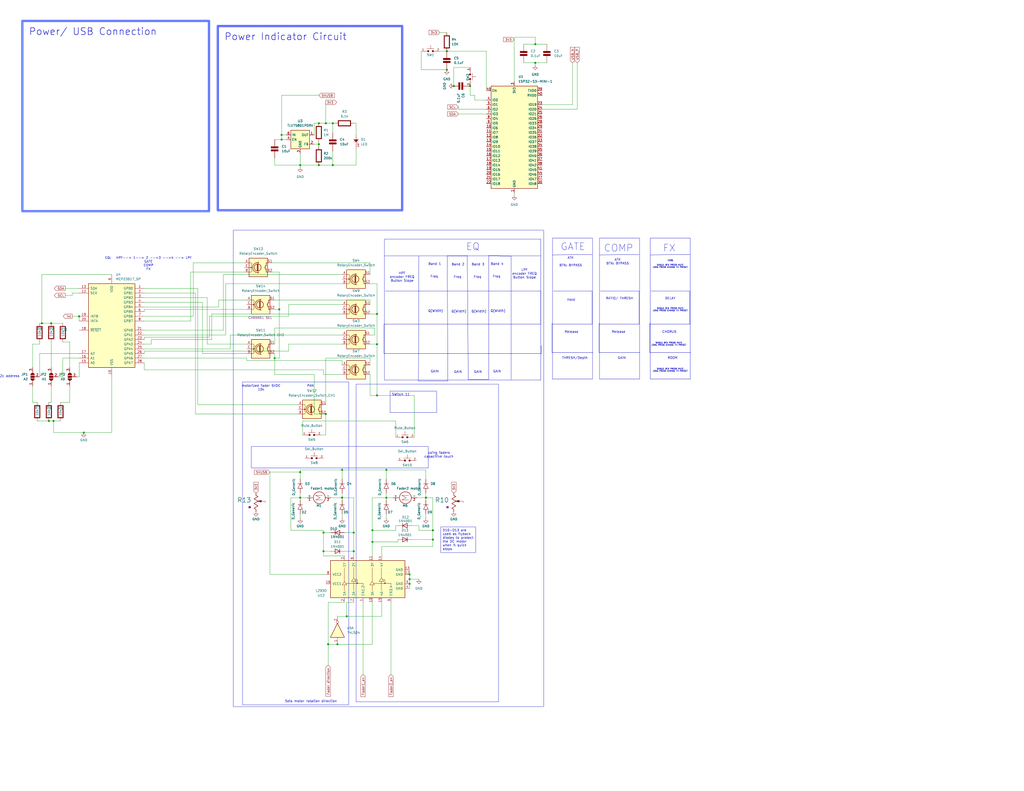
<source format=kicad_sch>
(kicad_sch (version 20231120) (generator "eeschema") (generator_version "8.0")
  (paper "C")
  (title_block (title "M32 User interface") (date "2024-12-04") (rev "1"))
  (lib_symbols
    (symbol "74xx:74LS04"
      (property "Reference" "U" (at 0 1.27 0))
      (property "Value" "74LS04" (at 0 -1.27 0))
      (symbol "74LS04_1_0"
        (pin input line (at -7.62 0 0) (length 3.81) (name "~") (number "1"))
        (pin output inverted (at 7.62 0 180) (length 3.81) (name "~") (number "2"))
      )
      (symbol "74LS04_2_0"
        (pin input line (at -7.62 0 0) (length 3.81) (name "~") (number "3"))
        (pin output inverted (at 7.62 0 180) (length 3.81) (name "~") (number "4"))
      )
      (symbol "74LS04_3_0"
        (pin input line (at -7.62 0 0) (length 3.81) (name "~") (number "5"))
        (pin output inverted (at 7.62 0 180) (length 3.81) (name "~") (number "6"))
      )
      (symbol "74LS04_4_0"
        (pin output inverted (at 7.62 0 180) (length 3.81) (name "~") (number "8"))
        (pin input line (at -7.62 0 0) (length 3.81) (name "~") (number "9"))
      )
      (symbol "74LS04_5_0"
        (pin output inverted (at 7.62 0 180) (length 3.81) (name "~") (number "10"))
        (pin input line (at -7.62 0 0) (length 3.81) (name "~") (number "11"))
      )
      (symbol "74LS04_6_0"
        (pin output inverted (at 7.62 0 180) (length 3.81) (name "~") (number "12"))
        (pin input line (at -7.62 0 0) (length 3.81) (name "~") (number "13"))
      )
      (symbol "74LS04_7_0"
        (pin power_in line (at 0 12.7 270) (length 5.08) (name "VCC") (number "14"))
        (pin power_in line (at 0 -12.7 90) (length 5.08) (name "GND") (number "7"))
      )
    )
    (symbol "Device:RotaryEncoder_Switch" (pin_names (offset 0.254) hide)
      (property "Reference" "SW" (at 0 6.604 0))
      (property "Value" "RotaryEncoder_Switch" (at 0 -6.604 0))
      (symbol "RotaryEncoder_Switch_1_1"
        (pin passive line (at -7.62 2.54 0) (length 2.54) (name "A") (number "A"))
        (pin passive line (at -7.62 -2.54 0) (length 2.54) (name "B") (number "B"))
        (pin passive line (at -7.62 0 0) (length 2.54) (name "C") (number "C"))
        (pin passive line (at 7.62 2.54 180) (length 2.54) (name "S1") (number "S1"))
        (pin passive line (at 7.62 -2.54 180) (length 2.54) (name "S2") (number "S2"))
      )
    )
    (symbol "Diode:1N4001" (pin_numbers hide) (pin_names hide)
      (property "Reference" "D" (at 0 2.54 0))
      (property "Value" "1N4001" (at 0 -2.54 0))
      (symbol "1N4001_1_1"
        (pin passive line (at -3.81 0 0) (length 2.54) (name "K") (number "1"))
        (pin passive line (at 3.81 0 180) (length 2.54) (name "A") (number "2"))
      )
    )
    (symbol "Driver_Motor:L293D" (pin_names (offset 1.016))
      (property "Reference" "U" (at -5.08 26.035 0))
      (property "Value" "L293D" (at -5.08 24.13 0))
      (symbol "L293D_1_1"
        (pin input line (at -12.7 5.08 0) (length 2.54) (name "EN1,2") (number "1"))
        (pin input line (at -12.7 0 0) (length 2.54) (name "3A") (number "10"))
        (pin output line (at 12.7 0 180) (length 2.54) (name "3Y") (number "11"))
        (pin power_in line (at 2.54 -20.32 90) (length 2.54) (name "GND") (number "12"))
        (pin power_in line (at 5.08 -20.32 90) (length 2.54) (name "GND") (number "13"))
        (pin output line (at 12.7 -5.08 180) (length 2.54) (name "4Y") (number "14"))
        (pin input line (at -12.7 -5.08 0) (length 2.54) (name "4A") (number "15"))
        (pin power_in line (at -2.54 25.4 270) (length 2.54) (name "VCC1") (number "16"))
        (pin input line (at -12.7 15.24 0) (length 2.54) (name "1A") (number "2"))
        (pin output line (at 12.7 15.24 180) (length 2.54) (name "1Y") (number "3"))
        (pin power_in line (at -5.08 -20.32 90) (length 2.54) (name "GND") (number "4"))
        (pin power_in line (at -2.54 -20.32 90) (length 2.54) (name "GND") (number "5"))
        (pin output line (at 12.7 10.16 180) (length 2.54) (name "2Y") (number "6"))
        (pin input line (at -12.7 10.16 0) (length 2.54) (name "2A") (number "7"))
        (pin power_in line (at 2.54 25.4 270) (length 2.54) (name "VCC2") (number "8"))
        (pin input line (at -12.7 -10.16 0) (length 2.54) (name "EN3,4") (number "9"))
      )
    )
    (symbol "Interface_Expansion:MCP23017_SP" (pin_names (offset 1.016))
      (property "Reference" "U" (at -11.43 24.13 0))
      (property "Value" "MCP23017_SP" (at 0 0 0))
      (symbol "MCP23017_SP_1_1"
        (pin bidirectional line (at 17.78 20.32 180) (length 5.08) (name "GPB0") (number "1"))
        (pin power_in line (at 0 -27.94 90) (length 5.08) (name "VSS") (number "10"))
        (pin no_connect line (at -12.7 15.24 0) (length 5.08) hide (name "NC") (number "11"))
        (pin input line (at -17.78 17.78 0) (length 5.08) (name "SCK") (number "12"))
        (pin bidirectional line (at -17.78 20.32 0) (length 5.08) (name "SDA") (number "13"))
        (pin no_connect line (at -12.7 12.7 0) (length 5.08) hide (name "NC") (number "14"))
        (pin input line (at -17.78 -20.32 0) (length 5.08) (name "A0") (number "15"))
        (pin input line (at -17.78 -17.78 0) (length 5.08) (name "A1") (number "16"))
        (pin input line (at -17.78 -15.24 0) (length 5.08) (name "A2") (number "17"))
        (pin input line (at -17.78 -2.54 0) (length 5.08) (name "~{RESET}") (number "18"))
        (pin tri_state line (at -17.78 5.08 0) (length 5.08) (name "INTB") (number "19"))
        (pin bidirectional line (at 17.78 17.78 180) (length 5.08) (name "GPB1") (number "2"))
        (pin tri_state line (at -17.78 2.54 0) (length 5.08) (name "INTA") (number "20"))
        (pin bidirectional line (at 17.78 -2.54 180) (length 5.08) (name "GPA0") (number "21"))
        (pin bidirectional line (at 17.78 -5.08 180) (length 5.08) (name "GPA1") (number "22"))
        (pin bidirectional line (at 17.78 -7.62 180) (length 5.08) (name "GPA2") (number "23"))
        (pin bidirectional line (at 17.78 -10.16 180) (length 5.08) (name "GPA3") (number "24"))
        (pin bidirectional line (at 17.78 -12.7 180) (length 5.08) (name "GPA4") (number "25"))
        (pin bidirectional line (at 17.78 -15.24 180) (length 5.08) (name "GPA5") (number "26"))
        (pin bidirectional line (at 17.78 -17.78 180) (length 5.08) (name "GPA6") (number "27"))
        (pin bidirectional line (at 17.78 -20.32 180) (length 5.08) (name "GPA7") (number "28"))
        (pin bidirectional line (at 17.78 15.24 180) (length 5.08) (name "GPB2") (number "3"))
        (pin bidirectional line (at 17.78 12.7 180) (length 5.08) (name "GPB3") (number "4"))
        (pin bidirectional line (at 17.78 10.16 180) (length 5.08) (name "GPB4") (number "5"))
        (pin bidirectional line (at 17.78 7.62 180) (length 5.08) (name "GPB5") (number "6"))
        (pin bidirectional line (at 17.78 5.08 180) (length 5.08) (name "GPB6") (number "7"))
        (pin bidirectional line (at 17.78 2.54 180) (length 5.08) (name "GPB7") (number "8"))
        (pin power_in line (at 0 27.94 270) (length 5.08) (name "VDD") (number "9"))
      )
    )
    (symbol "Jumper:SolderJumper_3_Open" (pin_names (offset 0) hide) (exclude_from_sim yes) (in_bom no)
      (property "Reference" "JP" (at -2.54 -2.54 0))
      (property "Value" "SolderJumper_3_Open" (at 0 2.794 0))
      (symbol "SolderJumper_3_Open_1_1"
        (pin passive line (at -5.08 0 0) (length 2.54) (name "A") (number "1"))
        (pin passive line (at 0 -3.81 90) (length 2.54) (name "C") (number "2"))
        (pin passive line (at 5.08 0 180) (length 2.54) (name "B") (number "3"))
      )
    )
    (symbol "Motor:Motor_DC" (pin_names (offset 0))
      (property "Reference" "M" (at 2.54 2.54 0))
      (property "Value" "Motor_DC" (at 2.54 -5.08 0))
      (symbol "Motor_DC_1_1"
        (pin passive line (at 0 5.08 270) (length 2.54) (name "+") (number "1"))
        (pin passive line (at 0 -7.62 90) (length 2.54) (name "-") (number "2"))
      )
    )
    (symbol "PCM_4ms_Diode:D_Generic" (pin_numbers hide) (pin_names (offset 1.016) hide)
      (property "Reference" "D" (at 0 2.54 0))
      (property "Value" "D_Generic" (at 0 -2.54 0))
      (symbol "D_Generic_1_1"
        (pin passive line (at -3.81 0 0) (length 2.54) (name "K") (number "1"))
        (pin passive line (at 3.81 0 180) (length 2.54) (name "A") (number "2"))
      )
    )
    (symbol "PCM_Elektuur:C" (pin_numbers hide) (pin_names (offset 0) hide)
      (property "Reference" "C" (at 0.635 3.175 0))
      (property "Value" "C" (at 0.635 -3.175 0))
      (symbol "C_1_1"
        (pin passive line (at 0 5.08 270) (length 3.8862) (name "+") (number "1"))
        (pin passive line (at 0 -5.08 90) (length 3.8862) (name "-") (number "2"))
      )
      (symbol "C_1_2"
        (pin passive line (at 0 5.08 270) (length 3.5814) (name "+") (number "1"))
        (pin passive line (at 0 -5.08 90) (length 3.5814) (name "-") (number "2"))
      )
    )
    (symbol "PCM_Elektuur:R" (pin_numbers hide) (pin_names (offset 0) hide)
      (property "Reference" "R" (at 2.54 3.175 0))
      (property "Value" "R" (at 0 0 90))
      (symbol "R_1_1"
        (pin passive line (at 0 5.08 270) (length 1.651) (name "+") (number "1"))
        (pin passive line (at 0 -5.08 90) (length 1.651) (name "-") (number "2"))
      )
      (symbol "R_1_2"
        (pin passive line (at 0 5.08 270) (length 1.651) (name "+") (number "1"))
        (pin passive line (at 0 -5.08 90) (length 1.651) (name "-") (number "2"))
      )
      (symbol "R_1_3"
        (pin passive line (at 0 5.08 270) (length 1.6002) (name "+") (number "1"))
        (pin passive line (at 0 -5.08 90) (length 1.6002) (name "-") (number "2"))
      )
      (symbol "R_1_4"
        (pin passive line (at 0 5.08 270) (length 0.5334) (name "+") (number "1"))
        (pin passive line (at 0 -5.08 90) (length 0.5334) (name "-") (number "2"))
      )
    )
    (symbol "PCM_Generic:R-potentiometer,IEEE" (pin_numbers hide) (pin_names (offset 0) hide)
      (property "Reference" "R" (at 2.54 2.54 0))
      (property "Indicator" "●" (at 2.54 -2.54 0))
      (symbol "R-potentiometer,IEEE_1_1"
        (pin passive line (at 0 -5.08 90) (length 1.27) (name "a") (number "1"))
        (pin passive line (at 5.08 0 180) (length 0) (name "b") (number "2"))
        (pin passive line (at 0 5.08 270) (length 1.27) (name "c") (number "3"))
      )
    )
    (symbol "PCM_SL_Devices:LED"
      (property "Reference" "D" (at -0.508 5.334 0))
      (property "Value" "LED" (at -0.508 2.794 0))
      (symbol "LED_1_1"
        (pin passive line (at 3.81 0 180) (length 1.5) (name "~") (number "1"))
        (pin passive line (at -3.81 0 0) (length 1.5) (name "") (number "2"))
      )
    )
    (symbol "PCM_SL_Devices:Push_Button"
      (property "Reference" "SW" (at 0 6.35 0))
      (property "Value" "Push_Button" (at 0 4.445 0))
      (symbol "Push_Button_1_1"
        (pin passive line (at -5.08 0 0) (length 2) (name "") (number "1"))
        (pin passive line (at 5.08 0 180) (length 2) (name "") (number "2"))
      )
    )
    (symbol "RF_Module:ESP32-S3-MINI-1"
      (property "Reference" "U" (at -11.43 29.21 0))
      (property "Value" "ESP32-S3-MINI-1" (at 12.7 29.21 0))
      (symbol "ESP32-S3-MINI-1_1_1"
        (pin power_in line (at 0 -30.48 90) (length 2.54) (name "GND") (number "1"))
        (pin bidirectional line (at -15.24 5.08 0) (length 2.54) (name "IO6") (number "10"))
        (pin bidirectional line (at -15.24 2.54 0) (length 2.54) (name "IO7") (number "11"))
        (pin bidirectional line (at -15.24 0 0) (length 2.54) (name "IO8") (number "12"))
        (pin bidirectional line (at -15.24 -2.54 0) (length 2.54) (name "IO9") (number "13"))
        (pin bidirectional line (at -15.24 -5.08 0) (length 2.54) (name "IO10") (number "14"))
        (pin bidirectional line (at -15.24 -7.62 0) (length 2.54) (name "IO11") (number "15"))
        (pin bidirectional line (at -15.24 -10.16 0) (length 2.54) (name "IO12") (number "16"))
        (pin bidirectional line (at -15.24 -12.7 0) (length 2.54) (name "IO13") (number "17"))
        (pin bidirectional line (at -15.24 -15.24 0) (length 2.54) (name "IO14") (number "18"))
        (pin bidirectional line (at -15.24 -17.78 0) (length 2.54) (name "IO15") (number "19"))
        (pin passive line (at 0 -30.48 90) (length 2.54) hide (name "GND") (number "2"))
        (pin bidirectional line (at -15.24 -20.32 0) (length 2.54) (name "IO16") (number "20"))
        (pin bidirectional line (at -15.24 -22.86 0) (length 2.54) (name "IO17") (number "21"))
        (pin bidirectional line (at -15.24 -25.4 0) (length 2.54) (name "IO18") (number "22"))
        (pin bidirectional line (at 15.24 17.78 180) (length 2.54) (name "IO19") (number "23"))
        (pin bidirectional line (at 15.24 15.24 180) (length 2.54) (name "IO20") (number "24"))
        (pin bidirectional line (at 15.24 12.7 180) (length 2.54) (name "IO21") (number "25"))
        (pin bidirectional line (at 15.24 10.16 180) (length 2.54) (name "IO26") (number "26"))
        (pin bidirectional line (at 15.24 -22.86 180) (length 2.54) (name "IO47") (number "27"))
        (pin bidirectional line (at 15.24 7.62 180) (length 2.54) (name "IO33") (number "28"))
        (pin bidirectional line (at 15.24 5.08 180) (length 2.54) (name "IO34") (number "29"))
        (pin power_in line (at 0 30.48 270) (length 2.54) (name "3V3") (number "3"))
        (pin bidirectional line (at 15.24 -25.4 180) (length 2.54) (name "IO48") (number "30"))
        (pin bidirectional line (at 15.24 2.54 180) (length 2.54) (name "IO35") (number "31"))
        (pin bidirectional line (at 15.24 0 180) (length 2.54) (name "IO36") (number "32"))
        (pin bidirectional line (at 15.24 -2.54 180) (length 2.54) (name "IO37") (number "33"))
        (pin bidirectional line (at 15.24 -5.08 180) (length 2.54) (name "IO38") (number "34"))
        (pin bidirectional line (at 15.24 -7.62 180) (length 2.54) (name "IO39") (number "35"))
        (pin bidirectional line (at 15.24 -10.16 180) (length 2.54) (name "IO40") (number "36"))
        (pin bidirectional line (at 15.24 -12.7 180) (length 2.54) (name "IO41") (number "37"))
        (pin bidirectional line (at 15.24 -15.24 180) (length 2.54) (name "IO42") (number "38"))
        (pin bidirectional line (at 15.24 25.4 180) (length 2.54) (name "TXD0") (number "39"))
        (pin bidirectional line (at -15.24 20.32 0) (length 2.54) (name "IO0") (number "4"))
        (pin bidirectional line (at 15.24 22.86 180) (length 2.54) (name "RXD0") (number "40"))
        (pin bidirectional line (at 15.24 -17.78 180) (length 2.54) (name "IO45") (number "41"))
        (pin passive line (at 0 -30.48 90) (length 2.54) hide (name "GND") (number "42"))
        (pin passive line (at 0 -30.48 90) (length 2.54) hide (name "GND") (number "43"))
        (pin bidirectional line (at 15.24 -20.32 180) (length 2.54) (name "IO46") (number "44"))
        (pin input line (at -15.24 25.4 0) (length 2.54) (name "EN") (number "45"))
        (pin passive line (at 0 -30.48 90) (length 2.54) hide (name "GND") (number "46"))
        (pin passive line (at 0 -30.48 90) (length 2.54) hide (name "GND") (number "47"))
        (pin passive line (at 0 -30.48 90) (length 2.54) hide (name "GND") (number "48"))
        (pin passive line (at 0 -30.48 90) (length 2.54) hide (name "GND") (number "49"))
        (pin bidirectional line (at -15.24 17.78 0) (length 2.54) (name "IO1") (number "5"))
        (pin passive line (at 0 -30.48 90) (length 2.54) hide (name "GND") (number "50"))
        (pin passive line (at 0 -30.48 90) (length 2.54) hide (name "GND") (number "51"))
        (pin passive line (at 0 -30.48 90) (length 2.54) hide (name "GND") (number "52"))
        (pin passive line (at 0 -30.48 90) (length 2.54) hide (name "GND") (number "53"))
        (pin passive line (at 0 -30.48 90) (length 2.54) hide (name "GND") (number "54"))
        (pin passive line (at 0 -30.48 90) (length 2.54) hide (name "GND") (number "55"))
        (pin passive line (at 0 -30.48 90) (length 2.54) hide (name "GND") (number "56"))
        (pin passive line (at 0 -30.48 90) (length 2.54) hide (name "GND") (number "57"))
        (pin passive line (at 0 -30.48 90) (length 2.54) hide (name "GND") (number "58"))
        (pin passive line (at 0 -30.48 90) (length 2.54) hide (name "GND") (number "59"))
        (pin bidirectional line (at -15.24 15.24 0) (length 2.54) (name "IO2") (number "6"))
        (pin passive line (at 0 -30.48 90) (length 2.54) hide (name "GND") (number "60"))
        (pin passive line (at 0 -30.48 90) (length 2.54) hide (name "GND") (number "61"))
        (pin passive line (at 0 -30.48 90) (length 2.54) hide (name "GND") (number "62"))
        (pin passive line (at 0 -30.48 90) (length 2.54) hide (name "GND") (number "63"))
        (pin passive line (at 0 -30.48 90) (length 2.54) hide (name "GND") (number "64"))
        (pin passive line (at 0 -30.48 90) (length 2.54) hide (name "GND") (number "65"))
        (pin bidirectional line (at -15.24 12.7 0) (length 2.54) (name "IO3") (number "7"))
        (pin bidirectional line (at -15.24 10.16 0) (length 2.54) (name "IO4") (number "8"))
        (pin bidirectional line (at -15.24 7.62 0) (length 2.54) (name "IO5") (number "9"))
      )
    )
    (symbol "Regulator_Linear:TLV75801PDRV"
      (property "Reference" "U" (at -3.81 6.35 0))
      (property "Value" "TLV75801PDRV" (at 0 6.35 0))
      (symbol "TLV75801PDRV_1_1"
        (pin power_out line (at 7.62 2.54 180) (length 2.54) (name "OUT") (number "1"))
        (pin input line (at 7.62 -2.54 180) (length 2.54) (name "FB") (number "2"))
        (pin power_in line (at 0 -7.62 90) (length 2.54) (name "GND") (number "3"))
        (pin input line (at -7.62 0 0) (length 2.54) (name "EN") (number "4"))
        (pin no_connect line (at 5.08 0 180) (length 2.54) hide (name "DNC") (number "5"))
        (pin power_in line (at -7.62 2.54 0) (length 2.54) (name "IN") (number "6"))
        (pin passive line (at 0 -7.62 90) (length 2.54) hide (name "GND") (number "7"))
      )
    )
    (symbol "power:GND" (power) (pin_numbers hide) (pin_names (offset 0) hide)
      (property "Value" "GND" (at 0 -3.81 0))
      (symbol "GND_1_1"
        (pin power_in line (at 0 0 270) (length 0) (name "~") (number "1"))
      )
    )
  )
  (junction (at 203.2 289.56))
  (junction (at 232.41 271.78))
  (junction (at 181.61 67.31))
  (junction (at 29.21 229.87))
  (junction (at 173.99 78.74))
  (junction (at 210.82 271.78))
  (junction (at 236.22 294.64))
  (junction (at 210.82 256.54))
  (junction (at 177.8 67.31))
  (junction (at 243.84 27.94))
  (junction (at 152.4 168.91))
  (junction (at 184.15 351.79))
  (junction (at 176.53 290.83))
  (junction (at 43.18 172.72))
  (junction (at 45.72 236.22))
  (junction (at 223.52 318.77))
  (junction (at 223.52 316.23))
  (junction (at 223.52 313.69))
  (junction (at 163.83 271.78))
  (junction (at 203.2 295.91))
  (junction (at 179.07 351.79))
  (junction (at 26.67 229.87))
  (junction (at 173.99 90.17))
  (junction (at 186.69 256.54))
  (junction (at 22.86 176.53))
  (junction (at 163.83 257.81))
  (junction (at 247.65 46.99))
  (junction (at 292.1 24.13))
  (junction (at 177.8 226.06))
  (junction (at 256.54 46.99))
  (junction (at 186.69 271.78))
  (junction (at 292.1 34.29))
  (junction (at 193.04 300.99))
  (junction (at 149.86 195.58))
  (junction (at 189.23 336.55))
  (junction (at 153.67 76.2))
  (junction (at 153.67 73.66))
  (junction (at 236.22 289.56))
  (junction (at 163.83 90.17))
  (junction (at 243.84 38.1))
  (junction (at 193.04 290.83))
  (junction (at 173.99 67.31))
  (junction (at 27.94 176.53))
  (junction (at 176.53 300.99))
  (junction (at 205.74 187.96))
  (junction (at 205.74 171.45))
  (junction (at 205.74 215.9))
  (junction (at 181.61 90.17))
  (wire (pts (xy 157.48 172.72) (xy 114.3 172.72)))
  (wire (pts (xy 35.56 157.48) (xy 43.18 157.48)))
  (polyline (pts (xy 354.838 139.192) (xy 376.428 138.938)))
  (wire (pts (xy 173.99 80.01) (xy 173.99 78.74)))
  (wire (pts (xy 113.03 187.96) (xy 113.03 162.56)))
  (wire (pts (xy 149.86 76.2) (xy 153.67 76.2)))
  (wire (pts (xy 210.82 283.21) (xy 210.82 280.67)))
  (wire (pts (xy 201.93 166.37) (xy 201.93 163.83)))
  (wire (pts (xy 27.94 186.69) (xy 27.94 200.66)))
  (wire (pts (xy 186.69 273.05) (xy 186.69 271.78)))
  (wire (pts (xy 179.07 351.79) (xy 179.07 363.22)))
  (wire (pts (xy 176.53 303.53) (xy 187.96 303.53)))
  (wire (pts (xy 227.33 271.78) (xy 232.41 271.78)))
  (wire (pts (xy 232.41 269.24) (xy 232.41 271.78)))
  (wire (pts (xy 247.65 46.99) (xy 246.38 46.99)))
  (polyline (pts (xy 295.148 159.004) (xy 295.148 177.038)))
  (wire (pts (xy 179.07 328.93) (xy 179.07 351.79)))
  (wire (pts (xy 173.99 90.17) (xy 163.83 90.17)))
  (wire (pts (xy 21.59 187.96) (xy 21.59 186.69)))
  (wire (pts (xy 153.67 52.07) (xy 153.67 73.66)))
  (wire (pts (xy 171.45 204.47) (xy 149.86 204.47)))
  (wire (pts (xy 149.86 179.07) (xy 149.86 187.96)))
  (wire (pts (xy 173.99 52.07) (xy 153.67 52.07)))
  (wire (pts (xy 250.19 59.69) (xy 250.19 58.42)))
  (wire (pts (xy 105.41 172.72) (xy 78.74 172.72)))
  (wire (pts (xy 134.62 193.04) (xy 110.49 193.04)))
  (wire (pts (xy 38.1 200.66) (xy 38.1 186.69)))
  (wire (pts (xy 123.19 182.88) (xy 78.74 182.88)))
  (wire (pts (xy 134.62 168.91) (xy 78.74 168.91)))
  (wire (pts (xy 243.84 27.94) (xy 265.43 27.94)))
  (wire (pts (xy 171.45 73.66) (xy 171.45 67.31)))
  (wire (pts (xy 149.86 204.47) (xy 149.86 195.58)))
  (wire (pts (xy 223.52 318.77) (xy 223.52 321.31)))
  (wire (pts (xy 223.52 311.15) (xy 223.52 313.69)))
  (wire (pts (xy 104.14 148.59) (xy 104.14 175.26)))
  (wire (pts (xy 125.73 182.88) (xy 125.73 190.5)))
  (wire (pts (xy 187.96 290.83) (xy 193.04 290.83)))
  (polyline (pts (xy 302.006 159.004) (xy 323.088 159.004)))
  (wire (pts (xy 240.03 17.78) (xy 243.84 17.78)))
  (wire (pts (xy 186.69 154.94) (xy 123.19 154.94)))
  (wire (pts (xy 82.55 187.96) (xy 78.74 187.96)))
  (wire (pts (xy 107.95 220.98) (xy 107.95 157.48)))
  (wire (pts (xy 184.15 336.55) (xy 189.23 336.55)))
  (wire (pts (xy 115.57 185.42) (xy 82.55 185.42)))
  (polyline (pts (xy 266.7 139.446) (xy 278.892 139.954)))
  (wire (pts (xy 201.93 163.83) (xy 149.86 163.83)))
  (wire (pts (xy 259.08 54.61) (xy 265.43 54.61)))
  (wire (pts (xy 60.96 205.74) (xy 60.96 236.22)))
  (wire (pts (xy 232.41 261.62) (xy 232.41 256.54)))
  (wire (pts (xy 215.9 238.76) (xy 215.9 229.87)))
  (wire (pts (xy 236.22 298.45) (xy 208.28 298.45)))
  (wire (pts (xy 229.87 27.94) (xy 229.87 38.1)))
  (wire (pts (xy 247.65 36.83) (xy 247.65 46.99)))
  (wire (pts (xy 152.4 148.59) (xy 152.4 168.91)))
  (wire (pts (xy 186.69 256.54) (xy 210.82 256.54)))
  (wire (pts (xy 226.06 238.76) (xy 226.06 215.9)))
  (wire (pts (xy 173.99 90.17) (xy 181.61 90.17)))
  (polyline (pts (xy 326.898 176.53) (xy 326.898 192.532)))
  (wire (pts (xy 176.53 290.83) (xy 176.53 300.99)))
  (wire (pts (xy 180.34 290.83) (xy 176.53 290.83)))
  (wire (pts (xy 189.23 328.93) (xy 193.04 328.93)))
  (wire (pts (xy 256.54 36.83) (xy 247.65 36.83)))
  (wire (pts (xy 163.83 271.78) (xy 167.64 271.78)))
  (polyline (pts (xy 301.244 176.53) (xy 301.244 192.532)))
  (wire (pts (xy 29.21 229.87) (xy 33.02 229.87)))
  (wire (pts (xy 186.69 182.88) (xy 125.73 182.88)))
  (wire (pts (xy 180.34 271.78) (xy 186.69 271.78)))
  (wire (pts (xy 292.1 34.29) (xy 292.1 35.56)))
  (wire (pts (xy 26.67 229.87) (xy 29.21 229.87)))
  (wire (pts (xy 133.35 148.59) (xy 104.14 148.59)))
  (wire (pts (xy 104.14 175.26) (xy 78.74 175.26)))
  (polyline (pts (xy 327.66 159.004) (xy 348.742 159.004)))
  (wire (pts (xy 187.96 300.99) (xy 193.04 300.99)))
  (wire (pts (xy 123.19 154.94) (xy 123.19 182.88)))
  (polyline (pts (xy 278.892 139.954) (xy 278.892 207.264)))
  (wire (pts (xy 134.62 163.83) (xy 119.38 163.83)))
  (wire (pts (xy 217.17 295.91) (xy 203.2 295.91)))
  (wire (pts (xy 134.62 195.58) (xy 78.74 195.58)))
  (wire (pts (xy 157.48 166.37) (xy 157.48 172.72)))
  (wire (pts (xy 45.72 236.22) (xy 60.96 236.22)))
  (wire (pts (xy 208.28 336.55) (xy 208.28 328.93)))
  (wire (pts (xy 158.75 289.56) (xy 176.53 289.56)))
  (wire (pts (xy 280.67 20.32) (xy 292.1 20.32)))
  (wire (pts (xy 148.59 148.59) (xy 152.4 148.59)))
  (wire (pts (xy 232.41 280.67) (xy 232.41 283.21)))
  (wire (pts (xy 177.8 55.88) (xy 177.8 67.31)))
  (wire (pts (xy 223.52 313.69) (xy 223.52 316.23)))
  (wire (pts (xy 147.32 313.69) (xy 147.32 257.81)))
  (polyline (pts (xy 376.428 177.038) (xy 354.584 177.038)))
  (wire (pts (xy 181.61 90.17) (xy 194.31 90.17)))
  (wire (pts (xy 176.53 201.93) (xy 78.74 201.93)))
  (wire (pts (xy 34.29 205.74) (xy 34.29 195.58)))
  (wire (pts (xy 194.31 67.31) (xy 193.04 67.31)))
  (wire (pts (xy 201.93 187.96) (xy 205.74 187.96)))
  (wire (pts (xy 259.08 52.07) (xy 259.08 54.61)))
  (wire (pts (xy 226.06 215.9) (xy 205.74 215.9)))
  (wire (pts (xy 149.86 195.58) (xy 149.86 193.04)))
  (wire (pts (xy 163.83 257.81) (xy 163.83 261.62)))
  (wire (pts (xy 78.74 201.93) (xy 78.74 198.12)))
  (wire (pts (xy 162.56 220.98) (xy 107.95 220.98)))
  (wire (pts (xy 256.54 46.99) (xy 256.54 52.07)))
  (wire (pts (xy 236.22 271.78) (xy 236.22 289.56)))
  (wire (pts (xy 205.74 171.45) (xy 205.74 187.96)))
  (wire (pts (xy 119.38 167.64) (xy 78.74 167.64)))
  (wire (pts (xy 203.2 328.93) (xy 203.2 351.79)))
  (wire (pts (xy 149.86 86.36) (xy 149.86 90.17)))
  (polyline (pts (xy 354.584 176.53) (xy 354.584 192.532)))
  (wire (pts (xy 180.34 300.99) (xy 176.53 300.99)))
  (wire (pts (xy 110.49 193.04) (xy 110.49 165.1)))
  (wire (pts (xy 208.28 298.45) (xy 208.28 303.53)))
  (wire (pts (xy 177.8 220.98) (xy 177.8 195.58)))
  (wire (pts (xy 163.83 269.24) (xy 163.83 271.78)))
  (wire (pts (xy 29.21 236.22) (xy 45.72 236.22)))
  (wire (pts (xy 177.8 67.31) (xy 181.61 67.31)))
  (wire (pts (xy 177.8 313.69) (xy 147.32 313.69)))
  (wire (pts (xy 210.82 256.54) (xy 210.82 261.62)))
  (wire (pts (xy 21.59 176.53) (xy 22.86 176.53)))
  (polyline (pts (xy 348.742 177.038) (xy 326.898 177.038)))
  (wire (pts (xy 78.74 168.91) (xy 78.74 170.18)))
  (wire (pts (xy 17.78 210.82) (xy 17.78 219.71)))
  (wire (pts (xy 106.68 160.02) (xy 78.74 160.02)))
  (wire (pts (xy 31.75 205.74) (xy 34.29 205.74)))
  (wire (pts (xy 228.6 287.02) (xy 228.6 289.56)))
  (wire (pts (xy 39.37 172.72) (xy 43.18 172.72)))
  (wire (pts (xy 121.92 180.34) (xy 78.74 180.34)))
  (wire (pts (xy 240.03 27.94) (xy 243.84 27.94)))
  (wire (pts (xy 203.2 289.56) (xy 203.2 295.91)))
  (wire (pts (xy 236.22 289.56) (xy 236.22 294.64)))
  (wire (pts (xy 314.96 59.69) (xy 295.91 59.69)))
  (wire (pts (xy 165.1 229.87) (xy 165.1 237.49)))
  (wire (pts (xy 179.07 328.93) (xy 187.96 328.93)))
  (wire (pts (xy 224.79 287.02) (xy 228.6 287.02)))
  (wire (pts (xy 186.69 204.47) (xy 176.53 204.47)))
  (wire (pts (xy 285.75 34.29) (xy 292.1 34.29)))
  (wire (pts (xy 134.62 196.85) (xy 186.69 196.85)))
  (wire (pts (xy 186.69 271.78) (xy 193.04 271.78)))
  (wire (pts (xy 205.74 154.94) (xy 205.74 171.45)))
  (wire (pts (xy 194.31 67.31) (xy 194.31 73.66)))
  (polyline (pts (xy 210.312 159.004) (xy 295.148 159.004)))
  (wire (pts (xy 153.67 73.66) (xy 153.67 76.2)))
  (polyline (pts (xy 327.152 139.192) (xy 348.742 138.938)))
  (wire (pts (xy 181.61 67.31) (xy 181.61 72.39)))
  (wire (pts (xy 163.83 256.54) (xy 163.83 257.81)))
  (polyline (pts (xy 209.804 139.7) (xy 295.148 139.7)))
  (wire (pts (xy 171.45 226.06) (xy 171.45 204.47)))
  (wire (pts (xy 78.74 162.56) (xy 113.03 162.56)))
  (polyline (pts (xy 323.088 159.004) (xy 323.088 177.038)))
  (wire (pts (xy 205.74 215.9) (xy 201.93 215.9)))
  (wire (pts (xy 193.04 290.83) (xy 193.04 300.99)))
  (wire (pts (xy 177.8 226.06) (xy 171.45 226.06)))
  (polyline (pts (xy 255.016 139.7) (xy 255.524 207.264)))
  (wire (pts (xy 173.99 77.47) (xy 173.99 78.74)))
  (wire (pts (xy 201.93 154.94) (xy 205.74 154.94)))
  (wire (pts (xy 215.9 229.87) (xy 165.1 229.87)))
  (wire (pts (xy 22.86 176.53) (xy 27.94 176.53)))
  (wire (pts (xy 106.68 226.06) (xy 106.68 160.02)))
  (polyline (pts (xy 244.094 139.7) (xy 255.016 139.7)))
  (wire (pts (xy 39.37 161.29) (xy 35.56 161.29)))
  (wire (pts (xy 204.47 182.88) (xy 204.47 179.07)))
  (wire (pts (xy 186.69 149.86) (xy 121.92 149.86)))
  (wire (pts (xy 265.43 59.69) (xy 250.19 59.69)))
  (wire (pts (xy 186.69 171.45) (xy 115.57 171.45)))
  (wire (pts (xy 78.74 184.15) (xy 78.74 185.42)))
  (wire (pts (xy 193.04 271.78) (xy 193.04 290.83)))
  (wire (pts (xy 152.4 168.91) (xy 152.4 195.58)))
  (wire (pts (xy 292.1 24.13) (xy 298.45 24.13)))
  (wire (pts (xy 189.23 336.55) (xy 208.28 336.55)))
  (wire (pts (xy 312.42 34.29) (xy 312.42 57.15)))
  (wire (pts (xy 38.1 186.69) (xy 34.29 186.69)))
  (wire (pts (xy 17.78 219.71) (xy 20.32 219.71)))
  (wire (pts (xy 193.04 300.99) (xy 193.04 303.53)))
  (wire (pts (xy 186.69 166.37) (xy 157.48 166.37)))
  (wire (pts (xy 17.78 187.96) (xy 21.59 187.96)))
  (wire (pts (xy 38.1 210.82) (xy 38.1 219.71)))
  (wire (pts (xy 163.83 271.78) (xy 163.83 273.05)))
  (wire (pts (xy 205.74 187.96) (xy 205.74 215.9)))
  (wire (pts (xy 60.96 149.86) (xy 22.86 149.86)))
  (wire (pts (xy 223.52 316.23) (xy 223.52 318.77)))
  (wire (pts (xy 265.43 27.94) (xy 265.43 49.53)))
  (wire (pts (xy 27.94 219.71) (xy 26.67 219.71)))
  (wire (pts (xy 186.69 280.67) (xy 186.69 283.21)))
  (polyline (pts (xy 295.148 177.038) (xy 209.55 177.038)))
  (polyline (pts (xy 295.402 193.04) (xy 295.402 188.722)))
  (wire (pts (xy 22.86 149.86) (xy 22.86 176.53)))
  (polyline (pts (xy 323.088 177.038) (xy 301.244 177.038)))
  (wire (pts (xy 27.94 176.53) (xy 34.29 176.53)))
  (wire (pts (xy 292.1 20.32) (xy 292.1 24.13)))
  (wire (pts (xy 314.96 34.29) (xy 314.96 59.69)))
  (wire (pts (xy 215.9 287.02) (xy 215.9 289.56)))
  (wire (pts (xy 186.69 187.96) (xy 157.48 187.96)))
  (wire (pts (xy 105.41 143.51) (xy 105.41 172.72)))
  (wire (pts (xy 189.23 328.93) (xy 189.23 336.55)))
  (wire (pts (xy 285.75 24.13) (xy 292.1 24.13)))
  (wire (pts (xy 171.45 78.74) (xy 173.99 78.74)))
  (wire (pts (xy 210.82 271.78) (xy 214.63 271.78)))
  (wire (pts (xy 78.74 191.77) (xy 78.74 193.04)))
  (wire (pts (xy 280.67 44.45) (xy 280.67 20.32)))
  (wire (pts (xy 184.15 351.79) (xy 203.2 351.79)))
  (wire (pts (xy 210.82 271.78) (xy 210.82 273.05)))
  (wire (pts (xy 171.45 67.31) (xy 173.99 67.31)))
  (wire (pts (xy 232.41 271.78) (xy 236.22 271.78)))
  (wire (pts (xy 175.26 237.49) (xy 177.8 237.49)))
  (wire (pts (xy 312.42 57.15) (xy 295.91 57.15)))
  (wire (pts (xy 201.93 195.58) (xy 201.93 199.39)))
  (wire (pts (xy 232.41 256.54) (xy 210.82 256.54)))
  (wire (pts (xy 228.6 289.56) (xy 236.22 289.56)))
  (wire (pts (xy 250.19 62.23) (xy 265.43 62.23)))
  (wire (pts (xy 179.07 351.79) (xy 184.15 351.79)))
  (wire (pts (xy 125.73 190.5) (xy 78.74 190.5)))
  (wire (pts (xy 39.37 160.02) (xy 39.37 161.29)))
  (wire (pts (xy 224.79 294.64) (xy 236.22 294.64)))
  (wire (pts (xy 43.18 205.74) (xy 43.18 198.12)))
  (polyline (pts (xy 255.524 207.264) (xy 266.7 207.264)))
  (polyline (pts (xy 228.6 139.7) (xy 228.346 208.026)))
  (polyline (pts (xy 354.584 192.532) (xy 376.936 192.532)))
  (wire (pts (xy 163.83 283.21) (xy 163.83 280.67)))
  (wire (pts (xy 217.17 287.02) (xy 215.9 287.02)))
  (wire (pts (xy 232.41 273.05) (xy 232.41 271.78)))
  (wire (pts (xy 203.2 271.78) (xy 210.82 271.78)))
  (wire (pts (xy 107.95 157.48) (xy 78.74 157.48)))
  (wire (pts (xy 201.93 171.45) (xy 205.74 171.45)))
  (polyline (pts (xy 209.55 177.038) (xy 209.55 193.04)))
  (wire (pts (xy 229.87 38.1) (xy 243.84 38.1)))
  (wire (pts (xy 149.86 90.17) (xy 163.83 90.17)))
  (wire (pts (xy 181.61 67.31) (xy 182.88 67.31)))
  (wire (pts (xy 236.22 294.64) (xy 236.22 298.45)))
  (polyline (pts (xy 301.498 139.192) (xy 323.088 138.938)))
  (wire (pts (xy 186.69 196.85) (xy 186.69 199.39)))
  (polyline (pts (xy 376.428 159.004) (xy 376.428 177.038)))
  (polyline (pts (xy 209.55 193.04) (xy 295.402 193.04)))
  (wire (pts (xy 119.38 163.83) (xy 119.38 167.64)))
  (wire (pts (xy 27.94 210.82) (xy 27.94 219.71)))
  (wire (pts (xy 152.4 195.58) (xy 149.86 195.58)))
  (polyline (pts (xy 326.898 192.532) (xy 349.25 192.532)))
  (wire (pts (xy 177.8 237.49) (xy 177.8 226.06)))
  (wire (pts (xy 121.92 149.86) (xy 121.92 180.34)))
  (wire (pts (xy 176.53 289.56) (xy 176.53 290.83)))
  (wire (pts (xy 29.21 229.87) (xy 29.21 236.22)))
  (wire (pts (xy 292.1 34.29) (xy 298.45 34.29)))
  (wire (pts (xy 201.93 215.9) (xy 201.93 204.47)))
  (wire (pts (xy 201.93 143.51) (xy 148.59 143.51)))
  (wire (pts (xy 256.54 52.07) (xy 259.08 52.07)))
  (wire (pts (xy 149.86 168.91) (xy 152.4 168.91)))
  (wire (pts (xy 173.99 67.31) (xy 177.8 67.31)))
  (wire (pts (xy 34.29 195.58) (xy 43.18 195.58)))
  (wire (pts (xy 157.48 187.96) (xy 157.48 191.77)))
  (wire (pts (xy 110.49 165.1) (xy 78.74 165.1)))
  (wire (pts (xy 147.32 257.81) (xy 163.83 257.81)))
  (polyline (pts (xy 266.7 207.264) (xy 266.7 139.446)))
  (wire (pts (xy 181.61 82.55) (xy 181.61 90.17)))
  (wire (pts (xy 203.2 295.91) (xy 203.2 303.53)))
  (wire (pts (xy 115.57 171.45) (xy 115.57 185.42)))
  (wire (pts (xy 156.21 76.2) (xy 153.67 76.2)))
  (wire (pts (xy 280.67 105.41) (xy 280.67 106.68)))
  (wire (pts (xy 210.82 269.24) (xy 210.82 271.78)))
  (wire (pts (xy 204.47 179.07) (xy 149.86 179.07)))
  (wire (pts (xy 186.69 256.54) (xy 163.83 256.54)))
  (wire (pts (xy 176.53 300.99) (xy 176.53 303.53)))
  (wire (pts (xy 162.56 226.06) (xy 106.68 226.06)))
  (wire (pts (xy 163.83 83.82) (xy 163.83 90.17)))
  (wire (pts (xy 186.69 261.62) (xy 186.69 256.54)))
  (wire (pts (xy 17.78 200.66) (xy 17.78 187.96)))
  (wire (pts (xy 201.93 149.86) (xy 201.93 143.51)))
  (wire (pts (xy 215.9 289.56) (xy 203.2 289.56)))
  (wire (pts (xy 158.75 271.78) (xy 163.83 271.78)))
  (wire (pts (xy 114.3 172.72) (xy 114.3 184.15)))
  (wire (pts (xy 41.91 205.74) (xy 43.18 205.74)))
  (wire (pts (xy 133.35 143.51) (xy 105.41 143.51)))
  (wire (pts (xy 198.12 368.3) (xy 198.12 328.93)))
  (polyline (pts (xy 348.742 159.004) (xy 348.742 177.038)))
  (wire (pts (xy 201.93 182.88) (xy 204.47 182.88)))
  (wire (pts (xy 176.53 204.47) (xy 176.53 201.93)))
  (wire (pts (xy 217.17 294.64) (xy 217.17 295.91)))
  (wire (pts (xy 213.36 328.93) (xy 213.36 368.3)))
  (polyline (pts (xy 301.244 192.532) (xy 323.596 192.532)))
  (wire (pts (xy 38.1 219.71) (xy 33.02 219.71)))
  (wire (pts (xy 153.67 73.66) (xy 156.21 73.66)))
  (wire (pts (xy 203.2 271.78) (xy 203.2 289.56)))
  (wire (pts (xy 134.62 196.85) (xy 134.62 195.58)))
  (wire (pts (xy 186.69 269.24) (xy 186.69 271.78)))
  (wire (pts (xy 43.18 160.02) (xy 39.37 160.02)))
  (polyline (pts (xy 228.346 208.026) (xy 244.348 208.026)))
  (wire (pts (xy 157.48 191.77) (xy 78.74 191.77)))
  (wire (pts (xy 177.8 195.58) (xy 201.93 195.58)))
  (wire (pts (xy 134.62 187.96) (xy 113.03 187.96)))
  (wire (pts (xy 21.59 205.74) (xy 21.59 193.04)))
  (wire (pts (xy 223.52 316.23) (xy 228.6 316.23)))
  (wire (pts (xy 158.75 271.78) (xy 158.75 289.56)))
  (wire (pts (xy 21.59 193.04) (xy 43.18 193.04)))
  (wire (pts (xy 43.18 172.72) (xy 43.18 175.26)))
  (polyline (pts (xy 244.348 208.026) (xy 244.094 139.7)))
  (polyline (pts (xy 355.346 159.004) (xy 376.428 159.004)))
  (wire (pts (xy 163.83 90.17) (xy 163.83 91.44)))
  (wire (pts (xy 20.32 229.87) (xy 26.67 229.87)))
  (wire (pts (xy 194.31 81.28) (xy 194.31 90.17)))
  (wire (pts (xy 114.3 184.15) (xy 78.74 184.15)))
  (wire (pts (xy 82.55 185.42) (xy 82.55 187.96)))
  (rectangle (start 209.804 130.556) (end 295.148 207.518))
  (rectangle (start 127.254 125.73) (end 296.672 385.826))
  (rectangle (start 354.838 130.048) (end 376.682 207.01))
  (rectangle (start 194.31 209.804) (end 272.034 383.286))
  (rectangle (start 137.16 243.84) (end 233.68 255.524))
  (rectangle (start 301.498 130.048) (end 323.342 207.01))
  (rectangle (start 132.334 208.534) (end 190.246 384.81))
  (rectangle (start 327.152 130.048) (end 348.996 207.01))
  (text_box "Power/ USB Connection" (at 12.192 11.43 0) (size 101.854 103.886) (stroke (width 1.27) (color 102 124 255 1)) (effects (font (size 3.81 3.81) (thickness 0.254) (bold yes)) (justify left top)))
  (text_box "Power Indicator Circuit" (at 118.872 14.224 0) (size 100.584 100.584) (stroke (width 1.27) (color 97 113 255 1)) (effects (font (size 3.81 3.81) (thickness 0.254) (bold yes)) (justify left top)))
  (text_box "SWitch 11" (at 212.852 213.614 0) (size 25.4 11.684) (effects (font (size 1.27 1.27)) (justify left top)))
  (text_box "D10-D13 are used as flyback diodes to protect the DC motor when it quick stops" (at 240.538 287.782 0) (size 19.05 13.97) (effects (font (size 1.27 1.27)) (justify left top)))
  (text "GAIN" (at 339.344 195.58 0) (effects (font (size 1.27 1.27))))
  (text "used to set i2c address" (at -1.016 205.486 0) (effects (font (size 1.27 1.27))))
  (text "GATE" (at 312.674 134.874 0) (effects (font (size 3.81 3.81))))
  (text "Q(Width)" (at 250.444 170.18 0) (effects (font (size 1.27 1.27))))
  (text "Hold" (at 311.658 163.83 0) (effects (font (size 1.27 1.27))))
  (text "EQ" (at 258.064 134.874 0) (effects (font (size 3.81 3.81))))
  (text "Release" (at 337.566 181.356 0) (effects (font (size 1.27 1.27))))
  (text "VERB\n\nSINGLE BTN PRESS MUTE\nLONG PRESS CHANGE FX PRESET" (at 365.76 144.272 0) (effects (font (size 0.762 0.762))))
  (text "GAIN" (at 260.858 203.2 0) (effects (font (size 1.27 1.27))))
  (text "Freq" (at 249.682 151.384 0) (effects (font (size 1.27 1.27))))
  (text "SINGLE BTN PRESS MUTE\nLONG PRESS CHANGE FX PRESET" (at 365.76 169.164 0) (effects (font (size 0.762 0.762))))
  (text "COMP" (at 337.566 135.636 0) (effects (font (size 3.81 3.81))))
  (text "CHORUS" (at 365.252 181.356 0) (effects (font (size 1.27 1.27))))
  (text "GAIN" (at 249.936 203.2 0) (effects (font (size 1.27 1.27))))
  (text "ROOM" (at 367.03 195.58 0) (effects (font (size 1.27 1.27))))
  (text "Release" (at 311.912 181.356 0) (effects (font (size 1.27 1.27))))
  (text "Q(Width)" (at 261.366 170.18 0) (effects (font (size 1.27 1.27))))
  (text "Band 1\n" (at 237.236 144.272 0) (effects (font (size 1.27 1.27))))
  (text "THRESH/Depth" (at 313.69 195.58 0) (effects (font (size 1.27 1.27))))
  (text "Band 3\n" (at 260.858 144.526 0) (effects (font (size 1.27 1.27))))
  (text "HPF\nencoder FREQ\nButton Slope" (at 219.456 151.384 0) (effects (font (size 1.27 1.27))))
  (text "GAIN" (at 271.272 202.946 0) (effects (font (size 1.27 1.27))))
  (text "SINGLE BTN PRESS MUTE\nLONG PRESS CHANGE FX PRESET" (at 364.998 187.96 0) (effects (font (size 0.762 0.762))))
  (text "SINGLE BTN PRESS MUTE\nLONG PRESS CHANGE FX PRESET" (at 365.76 202.184 0) (effects (font (size 0.762 0.762))))
  (text "Band 4\n" (at 271.272 144.272 0) (effects (font (size 1.27 1.27))))
  (text "PAN" (at 169.418 210.82 0) (effects (font (size 1.27 1.27))))
  (text "Sets motor rotation direction" (at 169.672 383.032 0) (effects (font (size 1.27 1.27))))
  (text "using faders\ncapacitive touch" (at 239.522 248.412 0) (effects (font (size 1.27 1.27))))
  (text "RATIO/ THRESH" (at 338.074 163.068 0) (effects (font (size 1.27 1.27))))
  (text "ATK\nBTN: BYPASS" (at 337.058 143.002 0) (effects (font (size 1.27 1.27))))
  (text "GAIN" (at 237.236 202.946 0) (effects (font (size 1.27 1.27))))
  (text "ATK\n\nBTN: BYPASS" (at 311.404 143.002 0) (effects (font (size 1.27 1.27))))
  (text "Q(Width)" (at 271.78 169.926 0) (effects (font (size 1.27 1.27))))
  (text "Freq" (at 236.982 151.13 0) (effects (font (size 1.27 1.27))))
  (text "Freq" (at 260.604 151.384 0) (effects (font (size 1.27 1.27))))
  (text "EQ:   HPF--> 1--> 2 -->3 -->4 --> LPF\nGATE\nCOMP\nFX" (at 81.026 144.018 0) (effects (font (size 1.27 1.27))))
  (text "DELAY" (at 365.76 163.068 0) (effects (font (size 1.27 1.27))))
  (text "Q(Width)" (at 237.744 169.926 0) (effects (font (size 1.27 1.27))))
  (text "LPF\nencoder FREQ\nButton Slope" (at 286.258 149.606 0) (effects (font (size 1.27 1.27))))
  (text "FX" (at 365.252 135.636 0) (effects (font (size 3.81 3.81))))
  (text "Freq" (at 271.018 151.13 0) (effects (font (size 1.27 1.27))))
  (text "motorized fader 5VDC\n10k" (at 142.494 211.836 0) (effects (font (size 1.27 1.27))))
  (text "Band 2\n" (at 249.936 144.526 0) (effects (font (size 1.27 1.27))))
  (global_label "Fader1_en" (shape input) (at 198.12 368.3 270) (property "Intersheetrefs" "${INTERSHEET_REFS}" (effects (hide yes))))
  (global_label "SCL" (shape input) (at 250.19 58.42 180) (property "Intersheetrefs" "${INTERSHEET_REFS}" (effects (hide yes))))
  (global_label "5VUSB" (shape input) (at 147.32 257.81 180) (property "Intersheetrefs" "${INTERSHEET_REFS}" (effects (hide yes))))
  (global_label "USB_P" (shape input) (at 314.96 34.29 90) (property "Intersheetrefs" "${INTERSHEET_REFS}" (effects (hide yes))))
  (global_label "3V3" (shape output) (at 177.8 55.88 0) (property "Intersheetrefs" "${INTERSHEET_REFS}" (effects (hide yes))))
  (global_label "3V3" (shape input) (at 240.03 17.78 180) (property "Intersheetrefs" "${INTERSHEET_REFS}" (effects (hide yes))))
  (global_label "3V3" (shape input) (at 139.7 269.24 90) (property "Intersheetrefs" "${INTERSHEET_REFS}" (effects (hide yes))))
  (global_label "int" (shape output) (at 39.37 172.72 180) (property "Intersheetrefs" "${INTERSHEET_REFS}" (effects (hide yes))))
  (global_label "5VUSB" (shape input) (at 173.99 52.07 0) (property "Intersheetrefs" "${INTERSHEET_REFS}" (effects (hide yes))))
  (global_label "Fader direction" (shape input) (at 179.07 363.22 270) (property "Intersheetrefs" "${INTERSHEET_REFS}" (effects (hide yes))))
  (global_label "3V3" (shape input) (at 280.67 21.59 180) (property "Intersheetrefs" "${INTERSHEET_REFS}" (effects (hide yes))))
  (global_label "USB_N" (shape input) (at 312.42 34.29 90) (property "Intersheetrefs" "${INTERSHEET_REFS}" (effects (hide yes))))
  (global_label "SDA" (shape output) (at 35.56 157.48 180) (property "Intersheetrefs" "${INTERSHEET_REFS}" (effects (hide yes))))
  (global_label "SDA" (shape input) (at 250.19 62.23 180) (property "Intersheetrefs" "${INTERSHEET_REFS}" (effects (hide yes))))
  (global_label "3V3" (shape input) (at 247.65 269.24 90) (property "Intersheetrefs" "${INTERSHEET_REFS}" (effects (hide yes))))
  (global_label "SCL" (shape output) (at 35.56 161.29 180) (property "Intersheetrefs" "${INTERSHEET_REFS}" (effects (hide yes))))
  (global_label "Fader2_en" (shape input) (at 213.36 368.3 270) (property "Intersheetrefs" "${INTERSHEET_REFS}" (effects (hide yes))))
  (symbol (lib_id "Device:RotaryEncoder_Switch") (at 170.18 223.52 0) (unit 1)
    (property "Reference" "SW12" (at 170.18 213.36 0))
    (property "Value" "RotaryEncoder_Switch_CH1" (at 170.18 215.9 0))
    (property "Footprint" "Connector_PinHeader_2.54mm:PinHeader_1x05_P2.54mm_Vertical" (effects (hide yes)))
    (property "Description" "Rotary encoder, dual channel, incremental quadrate outputs, with switch" (effects (hide yes)))
  )
  (symbol (lib_id "PCM_Elektuur:C") (at 285.75 29.21 0) (unit 1)
    (property "Reference" "C2" (at 289.56 27.9399 0) (effects (justify left)))
    (property "Value" "0.1uF" (at 289.56 30.4799 0) (effects (justify left)))
    (property "Footprint" "Capacitor_SMD:C_1210_3225Metric_Pad1.33x2.70mm_HandSolder" (effects (hide yes)))
    (property "Description" "capacitor, non-polarized/bipolar" (effects (hide yes)))
    (property "Indicator" "+" (effects (hide yes)))
    (property "Rating" "V" (effects (hide yes)))
  )
  (symbol (lib_id "PCM_Elektuur:R") (at 26.67 224.79 0) (unit 1)
    (property "Reference" "R6" (at 25.4 222.758 0) (effects (justify left)))
    (property "Value" "10k" (at 26.67 227.076 90) (effects (justify left)))
    (property "Description" "resistor" (effects (hide yes)))
    (property "Indicator" "+" (effects (hide yes)))
    (property "Rating" "W" (effects (hide yes)))
  )
  (symbol (lib_id "Driver_Motor:L293D") (at 203.2 316.23 90) (unit 1)
    (property "Reference" "U12" (at 175.26 325.0886 90))
    (property "Value" "L293D" (at 175.26 322.5486 90))
    (property "Footprint" "Package_DIP:DIP-16_W7.62mm" (effects (hide yes)))
    (property "Datasheet" "http://www.ti.com/lit/ds/symlink/l293.pdf" (effects (hide yes)))
    (property "Description" "Quadruple Half-H Drivers" (effects (hide yes)))
  )
  (symbol (lib_id "PCM_Elektuur:C") (at 243.84 33.02 0) (unit 1)
    (property "Reference" "C5" (at 247.65 31.7499 0) (effects (justify left)))
    (property "Value" "0.1uF" (at 247.65 34.2899 0) (effects (justify left)))
    (property "Footprint" "Capacitor_SMD:C_1210_3225Metric_Pad1.33x2.70mm_HandSolder" (effects (hide yes)))
    (property "Description" "capacitor, non-polarized/bipolar" (effects (hide yes)))
    (property "Indicator" "+" (effects (hide yes)))
    (property "Rating" "V" (effects (hide yes)))
  )
  (symbol (lib_id "power:GND") (at 243.84 38.1 0) (unit 1)
    (property "Reference" "#PWR06" (effects (hide yes)))
    (property "Value" "GND" (at 243.84 43.18 0))
    (property "Description" "Power symbol creates a global label with name \"GND\" , ground" (effects (hide yes)))
  )
  (symbol (lib_id "74xx:74LS04") (at 184.15 344.17 90) (unit 1)
    (property "Reference" "U5" (at 189.23 342.8999 90) (effects (justify right)))
    (property "Value" "74LS04" (at 189.23 345.4399 90) (effects (justify right)))
    (property "Footprint" "PCM_Package_DIP_AKL:DIP-14_W7.62mm" (effects (hide yes)))
    (property "Datasheet" "http://www.ti.com/lit/gpn/sn74LS04" (effects (hide yes)))
    (property "Description" "Hex Inverter" (effects (hide yes)))
  )
  (symbol (lib_id "PCM_SL_Devices:LED") (at 194.31 77.47 270) (unit 1)
    (property "Reference" "D1" (at 196.85 76.1999 90) (effects (justify left)))
    (property "Value" "LED" (at 196.85 78.7399 90) (effects (justify left)))
    (property "Footprint" "LED_THT:LED_D5.0mm" (effects (hide yes)))
    (property "Description" "Common 5mm diameter LED" (effects (hide yes)))
  )
  (symbol (lib_id "power:GND") (at 247.65 279.4 0) (unit 1)
    (property "Reference" "#PWR014" (effects (hide yes)))
    (property "Value" "GND" (at 247.65 283.464 0))
    (property "Description" "Power symbol creates a global label with name \"GND\" , ground" (effects (hide yes)))
  )
  (symbol (lib_id "PCM_4ms_Diode:D_Generic") (at 186.69 276.86 270) (unit 1)
    (property "Reference" "D5" (at 187.452 279.654 90) (effects (justify left)))
    (property "Value" "D_Generic" (at 182.88 274.32 0) (effects (justify left)))
    (property "Description" "Diode" (effects (hide yes)))
  )
  (symbol (lib_id "Device:RotaryEncoder_Switch") (at 142.24 190.5 0) (unit 1)
    (property "Reference" "SW11" (at 142.24 180.34 0))
    (property "Value" "RotaryEncoder_Switch CH2" (at 142.24 182.88 0))
    (property "Footprint" "Connector_PinHeader_2.54mm:PinHeader_1x05_P2.54mm_Vertical" (effects (hide yes)))
    (property "Description" "Rotary encoder, dual channel, incremental quadrate outputs, with switch" (effects (hide yes)))
  )
  (symbol (lib_id "Diode:1N4001") (at 184.15 290.83 0) (unit 1)
    (property "Reference" "D10" (at 182.118 288.798 0))
    (property "Value" "1N4001" (at 184.15 293.116 0))
    (property "Footprint" "Diode_THT:D_DO-41_SOD81_P10.16mm_Horizontal" (effects (hide yes)))
    (property "Datasheet" "http://www.vishay.com/docs/88503/1n4001.pdf" (effects (hide yes)))
    (property "Description" "50V 1A General Purpose Rectifier Diode, DO-41" (effects (hide yes)))
    (property "Sim.Device" "D" (effects (hide yes)))
    (property "Sim.Pins" "1=K 2=A" (effects (hide yes)))
  )
  (symbol (lib_id "PCM_Elektuur:C") (at 298.45 29.21 0) (unit 1)
    (property "Reference" "C3" (at 302.26 27.9399 0) (effects (justify left)))
    (property "Value" "10uF" (at 302.26 30.4799 0) (effects (justify left)))
    (property "Footprint" "Capacitor_SMD:C_1210_3225Metric_Pad1.33x2.70mm_HandSolder" (effects (hide yes)))
    (property "Description" "capacitor, non-polarized/bipolar" (effects (hide yes)))
    (property "Indicator" "+" (effects (hide yes)))
    (property "Rating" "V" (effects (hide yes)))
  )
  (symbol (lib_id "PCM_Elektuur:R") (at 173.99 85.09 0) (unit 1)
    (property "Reference" "R2" (at 176.53 83.8199 0) (effects (justify left)))
    (property "Value" "200k" (at 176.53 86.3599 0) (effects (justify left)))
    (property "Footprint" "Resistor_SMD:R_1206_3216Metric_Pad1.30x1.75mm_HandSolder" (effects (hide yes)))
    (property "Description" "resistor" (effects (hide yes)))
    (property "Indicator" "+" (effects (hide yes)))
    (property "Rating" "W" (effects (hide yes)))
  )
  (symbol (lib_id "PCM_Elektuur:C") (at 181.61 77.47 0) (unit 1)
    (property "Reference" "C4" (at 185.42 76.1999 0) (effects (justify left)))
    (property "Value" "10uF" (at 185.42 78.7399 0) (effects (justify left)))
    (property "Footprint" "Capacitor_SMD:C_1210_3225Metric_Pad1.33x2.70mm_HandSolder" (effects (hide yes)))
    (property "Description" "capacitor, non-polarized/bipolar" (effects (hide yes)))
    (property "Indicator" "+" (effects (hide yes)))
    (property "Rating" "V" (effects (hide yes)))
  )
  (symbol (lib_id "Jumper:SolderJumper_3_Open") (at 27.94 205.74 90) (unit 1) (exclude_from_sim yes) (in_bom no)
    (property "Reference" "JP2" (at 25.4 204.4699 90) (effects (justify left)))
    (property "Value" "A1" (at 25.4 207.0099 90) (effects (justify left)))
    (property "Footprint" "Jumper:SolderJumper-3_P1.3mm_Open_RoundedPad1.0x1.5mm" (effects (hide yes)))
    (property "Description" "Solder Jumper, 3-pole, open" (effects (hide yes)))
  )
  (symbol (lib_id "PCM_Elektuur:R") (at 243.84 22.86 0) (unit 1)
    (property "Reference" "R4" (at 246.38 21.5899 0) (effects (justify left)))
    (property "Value" "10K" (at 246.38 24.1299 0) (effects (justify left)))
    (property "Footprint" "Resistor_SMD:R_1206_3216Metric_Pad1.30x1.75mm_HandSolder" (effects (hide yes)))
    (property "Description" "resistor" (effects (hide yes)))
    (property "Indicator" "+" (effects (hide yes)))
    (property "Rating" "W" (effects (hide yes)))
  )
  (symbol (lib_id "Device:RotaryEncoder_Switch") (at 194.31 152.4 0) (unit 1)
    (property "Reference" "SW4" (at 194.31 142.24 0))
    (property "Value" "RotaryEncoder_Switch" (at 194.31 144.78 0))
    (property "Footprint" "Connector_PinHeader_2.54mm:PinHeader_1x05_P2.54mm_Vertical" (effects (hide yes)))
    (property "Description" "Rotary encoder, dual channel, incremental quadrate outputs, with switch" (effects (hide yes)))
    (property "use:" "Fader 1 gain push to mute" (effects (hide yes)))
  )
  (symbol (lib_id "PCM_4ms_Diode:D_Generic") (at 163.83 276.86 270) (unit 1)
    (property "Reference" "D2" (at 164.592 279.654 90) (effects (justify left)))
    (property "Value" "D_Generic" (at 160.02 274.32 0) (effects (justify left)))
    (property "Description" "Diode" (effects (hide yes)))
  )
  (symbol (lib_id "RF_Module:ESP32-S3-MINI-1") (at 280.67 74.93 0) (unit 1)
    (property "Reference" "U1" (at 282.8641 41.91 0) (effects (justify left)))
    (property "Value" "ESP32-S3-MINI-1" (at 282.8641 44.45 0) (effects (justify left)))
    (property "Footprint" "RF_Module:ESP32-S2-MINI-1" (effects (hide yes)))
    (property "Datasheet" "https://www.espressif.com/sites/default/files/documentation/esp32-s3-mini-1_mini-1u_datasheet_en.pdf" (effects (hide yes)))
    (property "Description" "RF Module, ESP32-S3 SoC, Wi-Fi 802.11b/g/n, Bluetooth, BLE, 32-bit, 3.3V, SMD, onboard antenna" (effects (hide yes)))
  )
  (symbol (lib_id "Interface_Expansion:MCP23017_SP") (at 60.96 177.8 0) (unit 1)
    (property "Reference" "U4" (at 63.1541 149.86 0) (effects (justify left)))
    (property "Value" "MCP23017_SP" (at 63.1541 152.4 0) (effects (justify left)))
    (property "Footprint" "Package_DIP:DIP-28_W7.62mm" (effects (hide yes)))
    (property "Datasheet" "http://ww1.microchip.com/downloads/en/DeviceDoc/20001952C.pdf" (effects (hide yes)))
    (property "Description" "16-bit I/O expander, I2C, interrupts, w pull-ups, SPDIP-28" (effects (hide yes)))
  )
  (symbol (lib_id "power:GND") (at 139.7 279.4 0) (unit 1)
    (property "Reference" "#PWR015" (effects (hide yes)))
    (property "Value" "GND" (at 139.7 283.464 0))
    (property "Description" "Power symbol creates a global label with name \"GND\" , ground" (effects (hide yes)))
  )
  (symbol (lib_id "power:GND") (at 210.82 283.21 0) (unit 1)
    (property "Reference" "#PWR011" (effects (hide yes)))
    (property "Value" "GND" (at 210.82 287.274 0))
    (property "Description" "Power symbol creates a global label with name \"GND\" , ground" (effects (hide yes)))
  )
  (symbol (lib_id "PCM_SL_Devices:Push_Button") (at 256.54 41.91 270) (unit 1)
    (property "Reference" "SW2" (at 255.27 42.164 0))
    (property "Value" "Push_Button" (effects (hide yes)))
    (property "Footprint" "Button_Switch_THT:SW_PUSH_6mm" (effects (hide yes)))
    (property "Description" "Common 6mmx6mm Push Button" (effects (hide yes)))
  )
  (symbol (lib_id "Device:RotaryEncoder_Switch") (at 194.31 185.42 0) (unit 1)
    (property "Reference" "SW3" (at 194.31 175.26 0))
    (property "Value" "RotaryEncoder_Switch" (at 194.31 177.8 0))
    (property "Footprint" "Connector_PinHeader_2.54mm:PinHeader_1x05_P2.54mm_Vertical" (effects (hide yes)))
    (property "Description" "Rotary encoder, dual channel, incremental quadrate outputs, with switch" (effects (hide yes)))
  )
  (symbol (lib_id "PCM_Elektuur:R") (at 34.29 181.61 0) (unit 1)
    (property "Reference" "R11" (at 33.02 179.832 0) (effects (justify left)))
    (property "Value" "10k" (at 34.29 183.896 90) (effects (justify left)))
    (property "Description" "resistor" (effects (hide yes)))
    (property "Indicator" "+" (effects (hide yes)))
    (property "Rating" "W" (effects (hide yes)))
  )
  (symbol (lib_id "Jumper:SolderJumper_3_Open") (at 17.78 205.74 90) (unit 1) (exclude_from_sim yes) (in_bom no)
    (property "Reference" "JP1" (at 15.24 204.4699 90) (effects (justify left)))
    (property "Value" "A2" (at 15.24 207.0099 90) (effects (justify left)))
    (property "Footprint" "Jumper:SolderJumper-3_P1.3mm_Open_RoundedPad1.0x1.5mm" (effects (hide yes)))
    (property "Description" "Solder Jumper, 3-pole, open" (effects (hide yes)))
  )
  (symbol (lib_id "PCM_4ms_Diode:D_Generic") (at 186.69 265.43 270) (unit 1)
    (property "Reference" "D4" (at 189.23 264.1599 90) (effects (justify left)))
    (property "Value" "D_Generic" (at 183.134 261.112 0) (effects (justify left)))
    (property "Description" "Diode" (effects (hide yes)))
  )
  (symbol (lib_id "power:GND") (at 228.6 316.23 0) (unit 1)
    (property "Reference" "#PWR08" (effects (hide yes)))
    (property "Value" "GND" (at 228.6 321.31 0))
    (property "Description" "Power symbol creates a global label with name \"GND\" , ground" (effects (hide yes)))
  )
  (symbol (lib_id "PCM_Generic:R-potentiometer,IEEE") (at 247.65 274.32 0) (unit 1)
    (property "Reference" "R10" (at 245.11 273.0499 0) (effects (font (size 2.54 2.54)) (justify right)))
    (property "Value" "10k" (effects (hide yes)))
    (property "Description" "potentiometer with movable/rotating/sliding contact (IEEE zigzag)" (effects (hide yes)))
    (property "Field-1" "1=1 2=2 3=3" (effects (hide yes)))
    (property "Indicator" "●" (at 245.11 276.8599 0) (effects (justify right)))
    (property "Field-1" "1=1 2=2 3=3" (effects (hide yes)))
    (property "Field-1" "SPICE" (effects (hide yes)))
    (property "Field-1" "type=\"A\" model=\"lin100k\" lib=\"R-potentiometer.lib\"" (effects (hide yes)))
  )
  (symbol (lib_id "power:GND") (at 163.83 91.44 0) (unit 1)
    (property "Reference" "#PWR05" (effects (hide yes)))
    (property "Value" "GND" (at 163.83 96.52 0))
    (property "Description" "Power symbol creates a global label with name \"GND\" , ground" (effects (hide yes)))
  )
  (symbol (lib_id "power:GND") (at 186.69 283.21 0) (unit 1)
    (property "Reference" "#PWR010" (effects (hide yes)))
    (property "Value" "GND" (at 186.69 287.274 0))
    (property "Description" "Power symbol creates a global label with name \"GND\" , ground" (effects (hide yes)))
  )
  (symbol (lib_id "PCM_4ms_Diode:D_Generic") (at 210.82 265.43 270) (unit 1)
    (property "Reference" "D6" (at 213.36 264.1599 90) (effects (justify left)))
    (property "Value" "D_Generic" (at 207.264 261.112 0) (effects (justify left)))
    (property "Description" "Diode" (effects (hide yes)))
  )
  (symbol (lib_id "PCM_4ms_Diode:D_Generic") (at 163.83 265.43 270) (unit 1)
    (property "Reference" "D3" (at 166.37 264.1599 90) (effects (justify left)))
    (property "Value" "D_Generic" (at 160.274 261.112 0) (effects (justify left)))
    (property "Description" "Diode" (effects (hide yes)))
  )
  (symbol (lib_id "Device:RotaryEncoder_Switch") (at 194.31 168.91 0) (unit 1)
    (property "Reference" "SW9" (at 194.31 158.75 0))
    (property "Value" "RotaryEncoder_Switch" (at 194.31 161.29 0))
    (property "Footprint" "Connector_PinHeader_2.54mm:PinHeader_1x05_P2.54mm_Vertical" (effects (hide yes)))
    (property "Description" "Rotary encoder, dual channel, incremental quadrate outputs, with switch" (effects (hide yes)))
    (property "use:" "Fader 1 gain push to mute" (effects (hide yes)))
  )
  (symbol (lib_id "PCM_Elektuur:R") (at 21.59 181.61 0) (unit 1)
    (property "Reference" "R8" (at 20.32 179.578 0) (effects (justify left)))
    (property "Value" "10k" (at 21.59 183.896 90) (effects (justify left)))
    (property "Description" "resistor" (effects (hide yes)))
    (property "Indicator" "+" (effects (hide yes)))
    (property "Rating" "W" (effects (hide yes)))
  )
  (symbol (lib_id "PCM_Elektuur:R") (at 20.32 224.79 0) (unit 1)
    (property "Reference" "R7" (at 19.05 222.758 0) (effects (justify left)))
    (property "Value" "10k" (at 20.32 227.076 90) (effects (justify left)))
    (property "Description" "resistor" (effects (hide yes)))
    (property "Indicator" "+" (effects (hide yes)))
    (property "Rating" "W" (effects (hide yes)))
  )
  (symbol (lib_id "PCM_4ms_Diode:D_Generic") (at 210.82 276.86 270) (unit 1)
    (property "Reference" "D7" (at 211.582 279.654 90) (effects (justify left)))
    (property "Value" "D_Generic" (at 207.01 274.32 0) (effects (justify left)))
    (property "Description" "Diode" (effects (hide yes)))
  )
  (symbol (lib_id "Motor:Motor_DC") (at 172.72 271.78 90) (unit 1)
    (property "Reference" "M1" (at 175.514 276.098 90) (effects (justify left)))
    (property "Value" "Fader1 motor" (at 182.626 266.7 90) (effects (justify left)))
    (property "Footprint" "Connector_PinHeader_2.54mm:PinHeader_1x02_P2.54mm_Vertical" (effects (hide yes)))
    (property "Description" "DC Motor" (effects (hide yes)))
  )
  (symbol (lib_id "power:GND") (at 232.41 283.21 0) (unit 1)
    (property "Reference" "#PWR012" (effects (hide yes)))
    (property "Value" "GND" (at 232.41 287.274 0))
    (property "Description" "Power symbol creates a global label with name \"GND\" , ground" (effects (hide yes)))
  )
  (symbol (lib_id "Motor:Motor_DC") (at 219.71 271.78 90) (unit 1)
    (property "Reference" "M6" (at 222.504 276.098 90) (effects (justify left)))
    (property "Value" "Fader2 motor" (at 229.616 266.7 90) (effects (justify left)))
    (property "Footprint" "Connector_PinHeader_2.54mm:PinHeader_1x02_P2.54mm_Vertical" (effects (hide yes)))
    (property "Description" "DC Motor" (effects (hide yes)))
  )
  (symbol (lib_id "Device:RotaryEncoder_Switch") (at 140.97 146.05 0) (unit 1)
    (property "Reference" "SW13" (at 140.97 135.89 0))
    (property "Value" "RotaryEncoder_Switch" (at 140.97 138.43 0))
    (property "Footprint" "Connector_PinHeader_2.54mm:PinHeader_1x05_P2.54mm_Vertical" (effects (hide yes)))
    (property "Description" "Rotary encoder, dual channel, incremental quadrate outputs, with switch" (effects (hide yes)))
    (property "use:" "Fader 1 gain push to mute" (effects (hide yes)))
  )
  (symbol (lib_id "Diode:1N4001") (at 220.98 294.64 180) (unit 1)
    (property "Reference" "D13" (at 220.98 289.56 0))
    (property "Value" "1N4001" (at 220.98 292.1 0))
    (property "Footprint" "Diode_THT:D_DO-41_SOD81_P10.16mm_Horizontal" (effects (hide yes)))
    (property "Datasheet" "http://www.vishay.com/docs/88503/1n4001.pdf" (effects (hide yes)))
    (property "Description" "50V 1A General Purpose Rectifier Diode, DO-41" (effects (hide yes)))
    (property "Sim.Device" "D" (effects (hide yes)))
    (property "Sim.Pins" "1=K 2=A" (effects (hide yes)))
  )
  (symbol (lib_id "PCM_SL_Devices:Push_Button") (at 170.18 237.49 0) (unit 1)
    (property "Reference" "SW5" (at 170.18 240.03 0))
    (property "Value" "Mute_Button" (at 170.18 232.41 0))
    (property "Footprint" "Button_Switch_THT:SW_PUSH_6mm" (effects (hide yes)))
    (property "Description" "Common 6mmx6mm Push Button" (effects (hide yes)))
  )
  (symbol (lib_id "Diode:1N4001") (at 184.15 300.99 180) (unit 1)
    (property "Reference" "D11" (at 184.15 295.91 0))
    (property "Value" "1N4001" (at 184.15 298.45 0))
    (property "Footprint" "Diode_THT:D_DO-41_SOD81_P10.16mm_Horizontal" (effects (hide yes)))
    (property "Datasheet" "http://www.vishay.com/docs/88503/1n4001.pdf" (effects (hide yes)))
    (property "Description" "50V 1A General Purpose Rectifier Diode, DO-41" (effects (hide yes)))
    (property "Sim.Device" "D" (effects (hide yes)))
    (property "Sim.Pins" "1=K 2=A" (effects (hide yes)))
  )
  (symbol (lib_id "PCM_SL_Devices:Push_Button") (at 234.95 27.94 0) (unit 1)
    (property "Reference" "SW1" (at 234.95 29.972 0))
    (property "Value" "Push_Button" (effects (hide yes)))
    (property "Footprint" "Button_Switch_THT:SW_PUSH_6mm" (effects (hide yes)))
    (property "Description" "Common 6mmx6mm Push Button" (effects (hide yes)))
  )
  (symbol (lib_id "power:GND") (at 45.72 236.22 0) (unit 1)
    (property "Reference" "#PWR013" (effects (hide yes)))
    (property "Value" "GND" (at 45.72 240.284 0))
    (property "Description" "Power symbol creates a global label with name \"GND\" , ground" (effects (hide yes)))
  )
  (symbol (lib_id "Regulator_Linear:TLV75801PDRV") (at 163.83 76.2 0) (unit 1)
    (property "Reference" "U3" (at 163.83 66.04 0))
    (property "Value" "TLV75801PDRV" (at 163.83 68.58 0))
    (property "Footprint" "Package_SON:WSON-6-1EP_2x2mm_P0.65mm_EP1x1.6mm" (effects (hide yes)))
    (property "Datasheet" "https://www.ti.com/lit/ds/symlink/tlv758p.pdf" (effects (hide yes)))
    (property "Description" "500mA Low-Dropout Linear Regulator, Adjustable Output, WSON-6" (effects (hide yes)))
  )
  (symbol (lib_id "power:GND") (at 280.67 106.68 0) (unit 1) (on_board no)
    (property "Reference" "#PWR02" (effects (hide yes)))
    (property "Value" "GND" (at 280.67 111.76 0))
    (property "Description" "Power symbol creates a global label with name \"GND\" , ground" (effects (hide yes)))
  )
  (symbol (lib_id "Device:RotaryEncoder_Switch") (at 194.31 201.93 0) (unit 1)
    (property "Reference" "SW7" (at 194.31 191.77 0))
    (property "Value" "RotaryEncoder_Switch" (at 194.31 194.31 0))
    (property "Footprint" "Connector_PinHeader_2.54mm:PinHeader_1x05_P2.54mm_Vertical" (effects (hide yes)))
    (property "Description" "Rotary encoder, dual channel, incremental quadrate outputs, with switch" (effects (hide yes)))
  )
  (symbol (lib_id "PCM_Elektuur:C") (at 251.46 46.99 270) (unit 1)
    (property "Reference" "C6" (at 252.7301 50.8 0) (effects (justify left)))
    (property "Value" "0.1uF" (at 250.1901 50.8 0) (effects (justify left)))
    (property "Footprint" "Capacitor_SMD:C_1210_3225Metric_Pad1.33x2.70mm_HandSolder" (effects (hide yes)))
    (property "Description" "capacitor, non-polarized/bipolar" (effects (hide yes)))
    (property "Indicator" "+" (effects (hide yes)))
    (property "Rating" "V" (effects (hide yes)))
  )
  (symbol (lib_id "power:GND") (at 247.65 46.99 270) (unit 1)
    (property "Reference" "#PWR07" (effects (hide yes)))
    (property "Value" "GND" (at 242.57 46.99 0))
    (property "Description" "Power symbol creates a global label with name \"GND\" , ground" (effects (hide yes)))
  )
  (symbol (lib_id "PCM_SL_Devices:Push_Button") (at 222.25 251.46 0) (unit 1)
    (property "Reference" "SW10" (at 222.25 254 0))
    (property "Value" "Sel_Button" (at 222.25 246.38 0))
    (property "Footprint" "Button_Switch_THT:SW_PUSH_6mm" (effects (hide yes)))
    (property "Description" "Common 6mmx6mm Push Button" (effects (hide yes)))
  )
  (symbol (lib_id "PCM_Elektuur:R") (at 187.96 67.31 270) (unit 1)
    (property "Reference" "R3" (at 187.96 60.96 90))
    (property "Value" "5.1k" (at 187.96 63.5 90))
    (property "Footprint" "Resistor_SMD:R_1206_3216Metric_Pad1.30x1.75mm_HandSolder" (effects (hide yes)))
    (property "Description" "resistor" (effects (hide yes)))
    (property "Indicator" "+" (effects (hide yes)))
    (property "Rating" "W" (effects (hide yes)))
  )
  (symbol (lib_id "power:GND") (at 292.1 35.56 0) (unit 1)
    (property "Reference" "#PWR01" (effects (hide yes)))
    (property "Value" "GND" (at 292.1 40.64 0))
    (property "Description" "Power symbol creates a global label with name \"GND\" , ground" (effects (hide yes)))
  )
  (symbol (lib_id "Diode:1N4001") (at 220.98 287.02 0) (unit 1)
    (property "Reference" "D12" (at 221.234 282.448 0))
    (property "Value" "1N4001" (at 221.234 284.48 0))
    (property "Footprint" "Diode_THT:D_DO-41_SOD81_P10.16mm_Horizontal" (effects (hide yes)))
    (property "Datasheet" "http://www.vishay.com/docs/88503/1n4001.pdf" (effects (hide yes)))
    (property "Description" "50V 1A General Purpose Rectifier Diode, DO-41" (effects (hide yes)))
    (property "Sim.Device" "D" (effects (hide yes)))
    (property "Sim.Pins" "1=K 2=A" (effects (hide yes)))
  )
  (symbol (lib_id "Device:RotaryEncoder_Switch") (at 142.24 166.37 0) (unit 1)
    (property "Reference" "SW14" (at 142.24 156.21 0))
    (property "Value" "RotaryEncoder_Switch" (at 142.24 158.75 0))
    (property "Footprint" "Connector_PinHeader_2.54mm:PinHeader_1x05_P2.54mm_Vertical" (effects (hide yes)))
    (property "Description" "Rotary encoder, dual channel, incremental quadrate outputs, with switch" (effects (hide yes)))
    (property "FUNCTION" "CHANNEL SEL" (at 141.986 173.482 0))
  )
  (symbol (lib_id "PCM_Elektuur:R") (at 27.94 181.61 0) (unit 1)
    (property "Reference" "R9" (at 26.67 179.578 0) (effects (justify left)))
    (property "Value" "10k" (at 27.94 183.896 90) (effects (justify left)))
    (property "Description" "resistor" (effects (hide yes)))
    (property "Indicator" "+" (effects (hide yes)))
    (property "Rating" "W" (effects (hide yes)))
  )
  (symbol (lib_id "Jumper:SolderJumper_3_Open") (at 38.1 205.74 90) (unit 1) (exclude_from_sim yes) (in_bom no)
    (property "Reference" "JP3" (at 35.56 204.4699 90) (effects (justify left)))
    (property "Value" "A0" (at 35.56 207.0099 90) (effects (justify left)))
    (property "Footprint" "Jumper:SolderJumper-3_P1.3mm_Open_RoundedPad1.0x1.5mm" (effects (hide yes)))
    (property "Description" "Solder Jumper, 3-pole, open" (effects (hide yes)))
  )
  (symbol (lib_id "PCM_Elektuur:R") (at 33.02 224.79 0) (unit 1)
    (property "Reference" "R5" (at 31.75 223.012 0) (effects (justify left)))
    (property "Value" "10k" (at 33.02 227.076 90) (effects (justify left)))
    (property "Description" "resistor" (effects (hide yes)))
    (property "Indicator" "+" (effects (hide yes)))
    (property "Rating" "W" (effects (hide yes)))
  )
  (symbol (lib_id "PCM_Generic:R-potentiometer,IEEE") (at 139.7 274.32 0) (unit 1)
    (property "Reference" "R13" (at 137.16 273.0499 0) (effects (font (size 2.54 2.54)) (justify right)))
    (property "Value" "10k" (effects (hide yes)))
    (property "Description" "potentiometer with movable/rotating/sliding contact (IEEE zigzag)" (effects (hide yes)))
    (property "Field-1" "1=1 2=2 3=3" (effects (hide yes)))
    (property "Indicator" "●" (at 137.16 276.8599 0) (effects (justify right)))
    (property "Field-1" "1=1 2=2 3=3" (effects (hide yes)))
    (property "Field-1" "SPICE" (effects (hide yes)))
    (property "Field-1" "type=\"A\" model=\"lin100k\" lib=\"R-potentiometer.lib\"" (effects (hide yes)))
  )
  (symbol (lib_id "PCM_Elektuur:C") (at 149.86 81.28 0) (unit 1)
    (property "Reference" "C1" (at 153.67 80.0099 0) (effects (justify left)))
    (property "Value" "10uF" (at 153.67 82.5499 0) (effects (justify left)))
    (property "Footprint" "Capacitor_SMD:C_1210_3225Metric_Pad1.33x2.70mm_HandSolder" (effects (hide yes)))
    (property "Description" "capacitor, non-polarized/bipolar" (effects (hide yes)))
    (property "Indicator" "+" (effects (hide yes)))
    (property "Rating" "V" (effects (hide yes)))
  )
  (symbol (lib_id "power:GND") (at 163.83 283.21 0) (unit 1)
    (property "Reference" "#PWR09" (effects (hide yes)))
    (property "Value" "GND" (at 163.83 287.274 0))
    (property "Description" "Power symbol creates a global label with name \"GND\" , ground" (effects (hide yes)))
  )
  (symbol (lib_id "PCM_Elektuur:R") (at 173.99 72.39 0) (unit 1)
    (property "Reference" "R1" (at 176.53 71.1199 0) (effects (justify left)))
    (property "Value" "1M" (at 176.53 73.6599 0) (effects (justify left)))
    (property "Footprint" "Resistor_SMD:R_1206_3216Metric_Pad1.30x1.75mm_HandSolder" (effects (hide yes)))
    (property "Description" "resistor" (effects (hide yes)))
    (property "Indicator" "+" (effects (hide yes)))
    (property "Rating" "W" (effects (hide yes)))
  )
  (symbol (lib_id "PCM_4ms_Diode:D_Generic") (at 232.41 276.86 270) (unit 1)
    (property "Reference" "D9" (at 233.172 279.654 90) (effects (justify left)))
    (property "Value" "D_Generic" (at 228.6 274.32 0) (effects (justify left)))
    (property "Description" "Diode" (effects (hide yes)))
  )
  (symbol (lib_id "PCM_4ms_Diode:D_Generic") (at 232.41 265.43 270) (unit 1)
    (property "Reference" "D8" (at 234.95 264.1599 90) (effects (justify left)))
    (property "Value" "D_Generic" (at 228.854 261.112 0) (effects (justify left)))
    (property "Description" "Diode" (effects (hide yes)))
  )
  (symbol (lib_id "PCM_SL_Devices:Push_Button") (at 220.98 238.76 0) (unit 1)
    (property "Reference" "SW6" (at 220.98 241.3 0))
    (property "Value" "Mute_Button" (at 220.98 233.68 0))
    (property "Footprint" "Button_Switch_THT:SW_PUSH_6mm" (effects (hide yes)))
    (property "Description" "Common 6mmx6mm Push Button" (effects (hide yes)))
  )
  (symbol (lib_id "PCM_SL_Devices:Push_Button") (at 171.45 250.19 0) (unit 1)
    (property "Reference" "SW8" (at 171.45 252.73 0))
    (property "Value" "Sel_Button" (at 171.45 245.11 0))
    (property "Footprint" "Button_Switch_THT:SW_PUSH_6mm" (effects (hide yes)))
    (property "Description" "Common 6mmx6mm Push Button" (effects (hide yes)))
  )
  (sheet (at 621.792 -0.508) (size 223.52 187.452) (stroke (width 0.1524))
    (property "Sheetname" "Power USB" (at 621.792 -1.2196 0) (effects (justify left bottom)))
    (property "Sheetfile" "untitled.kicad_sch" (at 621.792 187.5286 0) (effects (justify left top)))
  )
)
</source>
